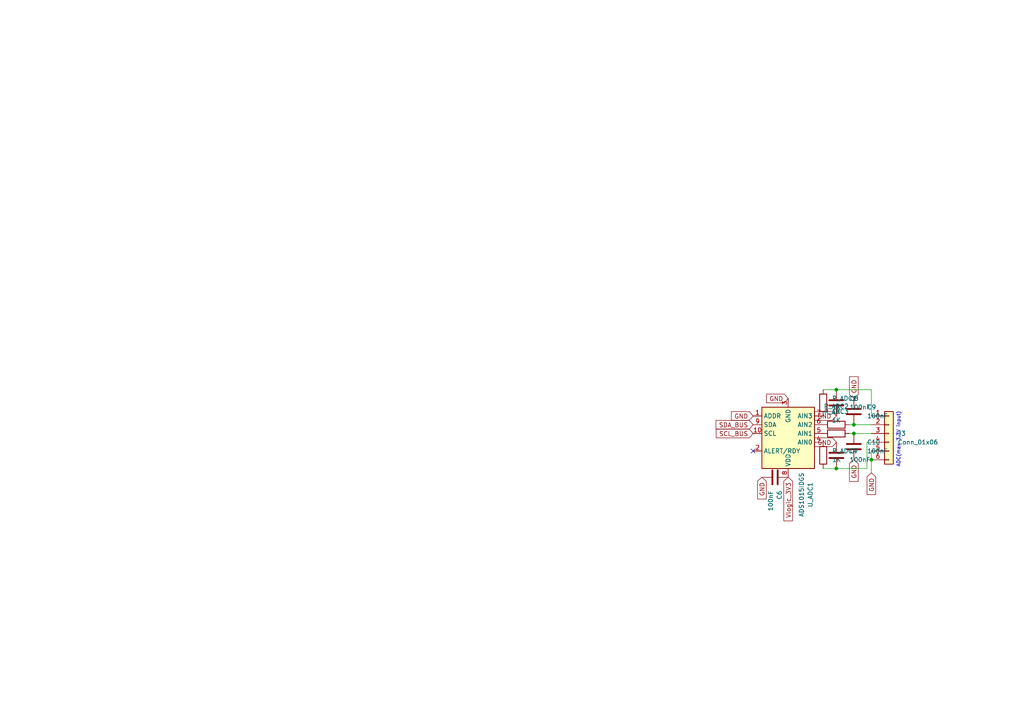
<source format=kicad_sch>
(kicad_sch
	(version 20250114)
	(generator "eeschema")
	(generator_version "9.0")
	(uuid "3a6375e1-a329-4e8a-97d4-66347e353bc4")
	(paper "A4")
	(lib_symbols
		(symbol "Analog_ADC:ADS1015IDGS"
			(exclude_from_sim no)
			(in_bom yes)
			(on_board yes)
			(property "Reference" "U"
				(at 2.54 13.97 0)
				(effects
					(font
						(size 1.27 1.27)
					)
				)
			)
			(property "Value" "ADS1015IDGS"
				(at 7.62 11.43 0)
				(effects
					(font
						(size 1.27 1.27)
					)
				)
			)
			(property "Footprint" "Package_SO:TSSOP-10_3x3mm_P0.5mm"
				(at 0 -12.7 0)
				(effects
					(font
						(size 1.27 1.27)
					)
					(hide yes)
				)
			)
			(property "Datasheet" "http://www.ti.com/lit/ds/symlink/ads1015.pdf"
				(at -1.27 -22.86 0)
				(effects
					(font
						(size 1.27 1.27)
					)
					(hide yes)
				)
			)
			(property "Description" "Ultra-Small, Low-Power, I2C-Compatible, 3.3-kSPS, 12-Bit ADCs With Internal Reference, Oscillator, and Programmable Comparator, VSSOP-10"
				(at 0 0 0)
				(effects
					(font
						(size 1.27 1.27)
					)
					(hide yes)
				)
			)
			(property "ki_keywords" "12 bit 4 channel I2C ADC"
				(at 0 0 0)
				(effects
					(font
						(size 1.27 1.27)
					)
					(hide yes)
				)
			)
			(property "ki_fp_filters" "TSSOP*3x3mm*P0.5mm*"
				(at 0 0 0)
				(effects
					(font
						(size 1.27 1.27)
					)
					(hide yes)
				)
			)
			(symbol "ADS1015IDGS_0_1"
				(rectangle
					(start -7.62 10.16)
					(end 7.62 -7.62)
					(stroke
						(width 0.254)
						(type default)
					)
					(fill
						(type background)
					)
				)
			)
			(symbol "ADS1015IDGS_1_1"
				(pin input line
					(at -10.16 2.54 0)
					(length 2.54)
					(name "AIN0"
						(effects
							(font
								(size 1.27 1.27)
							)
						)
					)
					(number "4"
						(effects
							(font
								(size 1.27 1.27)
							)
						)
					)
				)
				(pin input line
					(at -10.16 0 0)
					(length 2.54)
					(name "AIN1"
						(effects
							(font
								(size 1.27 1.27)
							)
						)
					)
					(number "5"
						(effects
							(font
								(size 1.27 1.27)
							)
						)
					)
				)
				(pin input line
					(at -10.16 -2.54 0)
					(length 2.54)
					(name "AIN2"
						(effects
							(font
								(size 1.27 1.27)
							)
						)
					)
					(number "6"
						(effects
							(font
								(size 1.27 1.27)
							)
						)
					)
				)
				(pin input line
					(at -10.16 -5.08 0)
					(length 2.54)
					(name "AIN3"
						(effects
							(font
								(size 1.27 1.27)
							)
						)
					)
					(number "7"
						(effects
							(font
								(size 1.27 1.27)
							)
						)
					)
				)
				(pin power_in line
					(at 0 12.7 270)
					(length 2.54)
					(name "VDD"
						(effects
							(font
								(size 1.27 1.27)
							)
						)
					)
					(number "8"
						(effects
							(font
								(size 1.27 1.27)
							)
						)
					)
				)
				(pin power_in line
					(at 0 -10.16 90)
					(length 2.54)
					(name "GND"
						(effects
							(font
								(size 1.27 1.27)
							)
						)
					)
					(number "3"
						(effects
							(font
								(size 1.27 1.27)
							)
						)
					)
				)
				(pin output line
					(at 10.16 5.08 180)
					(length 2.54)
					(name "ALERT/RDY"
						(effects
							(font
								(size 1.27 1.27)
							)
						)
					)
					(number "2"
						(effects
							(font
								(size 1.27 1.27)
							)
						)
					)
				)
				(pin input line
					(at 10.16 0 180)
					(length 2.54)
					(name "SCL"
						(effects
							(font
								(size 1.27 1.27)
							)
						)
					)
					(number "10"
						(effects
							(font
								(size 1.27 1.27)
							)
						)
					)
				)
				(pin bidirectional line
					(at 10.16 -2.54 180)
					(length 2.54)
					(name "SDA"
						(effects
							(font
								(size 1.27 1.27)
							)
						)
					)
					(number "9"
						(effects
							(font
								(size 1.27 1.27)
							)
						)
					)
				)
				(pin input line
					(at 10.16 -5.08 180)
					(length 2.54)
					(name "ADDR"
						(effects
							(font
								(size 1.27 1.27)
							)
						)
					)
					(number "1"
						(effects
							(font
								(size 1.27 1.27)
							)
						)
					)
				)
			)
			(embedded_fonts no)
		)
		(symbol "Connector_Generic:Conn_01x06"
			(pin_names
				(offset 1.016)
				(hide yes)
			)
			(exclude_from_sim no)
			(in_bom yes)
			(on_board yes)
			(property "Reference" "J"
				(at 0 7.62 0)
				(effects
					(font
						(size 1.27 1.27)
					)
				)
			)
			(property "Value" "Conn_01x06"
				(at 0 -10.16 0)
				(effects
					(font
						(size 1.27 1.27)
					)
				)
			)
			(property "Footprint" ""
				(at 0 0 0)
				(effects
					(font
						(size 1.27 1.27)
					)
					(hide yes)
				)
			)
			(property "Datasheet" "~"
				(at 0 0 0)
				(effects
					(font
						(size 1.27 1.27)
					)
					(hide yes)
				)
			)
			(property "Description" "Generic connector, single row, 01x06, script generated (kicad-library-utils/schlib/autogen/connector/)"
				(at 0 0 0)
				(effects
					(font
						(size 1.27 1.27)
					)
					(hide yes)
				)
			)
			(property "ki_keywords" "connector"
				(at 0 0 0)
				(effects
					(font
						(size 1.27 1.27)
					)
					(hide yes)
				)
			)
			(property "ki_fp_filters" "Connector*:*_1x??_*"
				(at 0 0 0)
				(effects
					(font
						(size 1.27 1.27)
					)
					(hide yes)
				)
			)
			(symbol "Conn_01x06_1_1"
				(rectangle
					(start -1.27 6.35)
					(end 1.27 -8.89)
					(stroke
						(width 0.254)
						(type default)
					)
					(fill
						(type background)
					)
				)
				(rectangle
					(start -1.27 5.207)
					(end 0 4.953)
					(stroke
						(width 0.1524)
						(type default)
					)
					(fill
						(type none)
					)
				)
				(rectangle
					(start -1.27 2.667)
					(end 0 2.413)
					(stroke
						(width 0.1524)
						(type default)
					)
					(fill
						(type none)
					)
				)
				(rectangle
					(start -1.27 0.127)
					(end 0 -0.127)
					(stroke
						(width 0.1524)
						(type default)
					)
					(fill
						(type none)
					)
				)
				(rectangle
					(start -1.27 -2.413)
					(end 0 -2.667)
					(stroke
						(width 0.1524)
						(type default)
					)
					(fill
						(type none)
					)
				)
				(rectangle
					(start -1.27 -4.953)
					(end 0 -5.207)
					(stroke
						(width 0.1524)
						(type default)
					)
					(fill
						(type none)
					)
				)
				(rectangle
					(start -1.27 -7.493)
					(end 0 -7.747)
					(stroke
						(width 0.1524)
						(type default)
					)
					(fill
						(type none)
					)
				)
				(pin passive line
					(at -5.08 5.08 0)
					(length 3.81)
					(name "Pin_1"
						(effects
							(font
								(size 1.27 1.27)
							)
						)
					)
					(number "1"
						(effects
							(font
								(size 1.27 1.27)
							)
						)
					)
				)
				(pin passive line
					(at -5.08 2.54 0)
					(length 3.81)
					(name "Pin_2"
						(effects
							(font
								(size 1.27 1.27)
							)
						)
					)
					(number "2"
						(effects
							(font
								(size 1.27 1.27)
							)
						)
					)
				)
				(pin passive line
					(at -5.08 0 0)
					(length 3.81)
					(name "Pin_3"
						(effects
							(font
								(size 1.27 1.27)
							)
						)
					)
					(number "3"
						(effects
							(font
								(size 1.27 1.27)
							)
						)
					)
				)
				(pin passive line
					(at -5.08 -2.54 0)
					(length 3.81)
					(name "Pin_4"
						(effects
							(font
								(size 1.27 1.27)
							)
						)
					)
					(number "4"
						(effects
							(font
								(size 1.27 1.27)
							)
						)
					)
				)
				(pin passive line
					(at -5.08 -5.08 0)
					(length 3.81)
					(name "Pin_5"
						(effects
							(font
								(size 1.27 1.27)
							)
						)
					)
					(number "5"
						(effects
							(font
								(size 1.27 1.27)
							)
						)
					)
				)
				(pin passive line
					(at -5.08 -7.62 0)
					(length 3.81)
					(name "Pin_6"
						(effects
							(font
								(size 1.27 1.27)
							)
						)
					)
					(number "6"
						(effects
							(font
								(size 1.27 1.27)
							)
						)
					)
				)
			)
			(embedded_fonts no)
		)
		(symbol "Device:C"
			(pin_numbers
				(hide yes)
			)
			(pin_names
				(offset 0.254)
			)
			(exclude_from_sim no)
			(in_bom yes)
			(on_board yes)
			(property "Reference" "C"
				(at 0.635 2.54 0)
				(effects
					(font
						(size 1.27 1.27)
					)
					(justify left)
				)
			)
			(property "Value" "C"
				(at 0.635 -2.54 0)
				(effects
					(font
						(size 1.27 1.27)
					)
					(justify left)
				)
			)
			(property "Footprint" ""
				(at 0.9652 -3.81 0)
				(effects
					(font
						(size 1.27 1.27)
					)
					(hide yes)
				)
			)
			(property "Datasheet" "~"
				(at 0 0 0)
				(effects
					(font
						(size 1.27 1.27)
					)
					(hide yes)
				)
			)
			(property "Description" "Unpolarized capacitor"
				(at 0 0 0)
				(effects
					(font
						(size 1.27 1.27)
					)
					(hide yes)
				)
			)
			(property "ki_keywords" "cap capacitor"
				(at 0 0 0)
				(effects
					(font
						(size 1.27 1.27)
					)
					(hide yes)
				)
			)
			(property "ki_fp_filters" "C_*"
				(at 0 0 0)
				(effects
					(font
						(size 1.27 1.27)
					)
					(hide yes)
				)
			)
			(symbol "C_0_1"
				(polyline
					(pts
						(xy -2.032 0.762) (xy 2.032 0.762)
					)
					(stroke
						(width 0.508)
						(type default)
					)
					(fill
						(type none)
					)
				)
				(polyline
					(pts
						(xy -2.032 -0.762) (xy 2.032 -0.762)
					)
					(stroke
						(width 0.508)
						(type default)
					)
					(fill
						(type none)
					)
				)
			)
			(symbol "C_1_1"
				(pin passive line
					(at 0 3.81 270)
					(length 2.794)
					(name "~"
						(effects
							(font
								(size 1.27 1.27)
							)
						)
					)
					(number "1"
						(effects
							(font
								(size 1.27 1.27)
							)
						)
					)
				)
				(pin passive line
					(at 0 -3.81 90)
					(length 2.794)
					(name "~"
						(effects
							(font
								(size 1.27 1.27)
							)
						)
					)
					(number "2"
						(effects
							(font
								(size 1.27 1.27)
							)
						)
					)
				)
			)
			(embedded_fonts no)
		)
		(symbol "Device:R"
			(pin_numbers
				(hide yes)
			)
			(pin_names
				(offset 0)
			)
			(exclude_from_sim no)
			(in_bom yes)
			(on_board yes)
			(property "Reference" "R"
				(at 2.032 0 90)
				(effects
					(font
						(size 1.27 1.27)
					)
				)
			)
			(property "Value" "R"
				(at 0 0 90)
				(effects
					(font
						(size 1.27 1.27)
					)
				)
			)
			(property "Footprint" ""
				(at -1.778 0 90)
				(effects
					(font
						(size 1.27 1.27)
					)
					(hide yes)
				)
			)
			(property "Datasheet" "~"
				(at 0 0 0)
				(effects
					(font
						(size 1.27 1.27)
					)
					(hide yes)
				)
			)
			(property "Description" "Resistor"
				(at 0 0 0)
				(effects
					(font
						(size 1.27 1.27)
					)
					(hide yes)
				)
			)
			(property "ki_keywords" "R res resistor"
				(at 0 0 0)
				(effects
					(font
						(size 1.27 1.27)
					)
					(hide yes)
				)
			)
			(property "ki_fp_filters" "R_*"
				(at 0 0 0)
				(effects
					(font
						(size 1.27 1.27)
					)
					(hide yes)
				)
			)
			(symbol "R_0_1"
				(rectangle
					(start -1.016 -2.54)
					(end 1.016 2.54)
					(stroke
						(width 0.254)
						(type default)
					)
					(fill
						(type none)
					)
				)
			)
			(symbol "R_1_1"
				(pin passive line
					(at 0 3.81 270)
					(length 1.27)
					(name "~"
						(effects
							(font
								(size 1.27 1.27)
							)
						)
					)
					(number "1"
						(effects
							(font
								(size 1.27 1.27)
							)
						)
					)
				)
				(pin passive line
					(at 0 -3.81 90)
					(length 1.27)
					(name "~"
						(effects
							(font
								(size 1.27 1.27)
							)
						)
					)
					(number "2"
						(effects
							(font
								(size 1.27 1.27)
							)
						)
					)
				)
			)
			(embedded_fonts no)
		)
	)
	(text "ADC(max 3.3V input)"
		(exclude_from_sim no)
		(at 260.604 127.508 90)
		(effects
			(font
				(size 1.016 1.016)
			)
		)
		(uuid "d645d979-c58c-4ecf-ad26-6a7b5cf2fac9")
	)
	(junction
		(at 242.57 113.03)
		(diameter 0)
		(color 0 0 0 0)
		(uuid "29fead1f-0a64-477f-abf4-aee7cc15fe18")
	)
	(junction
		(at 242.57 135.89)
		(diameter 0)
		(color 0 0 0 0)
		(uuid "a23427ab-0d78-465d-b363-20b59fd4d56e")
	)
	(junction
		(at 247.65 125.73)
		(diameter 0)
		(color 0 0 0 0)
		(uuid "c4026e2b-3c2a-40b6-be29-9dcf900deb23")
	)
	(junction
		(at 252.73 133.35)
		(diameter 0)
		(color 0 0 0 0)
		(uuid "e3644372-ea98-4b49-80e6-7ed454665a4b")
	)
	(junction
		(at 247.65 123.19)
		(diameter 0)
		(color 0 0 0 0)
		(uuid "efc1cfce-b12f-4024-9984-9859d8808878")
	)
	(no_connect
		(at 218.44 130.81)
		(uuid "f2158c47-a228-4ae6-93d8-fabce658f47d")
	)
	(wire
		(pts
			(xy 247.65 125.73) (xy 246.38 125.73)
		)
		(stroke
			(width 0)
			(type default)
		)
		(uuid "10ea7806-3e9a-47a2-88a8-6f4fa90da217")
	)
	(wire
		(pts
			(xy 251.46 128.27) (xy 252.73 128.27)
		)
		(stroke
			(width 0)
			(type default)
		)
		(uuid "1a6ad2ff-d6f1-4e32-8b0c-f8f502825aac")
	)
	(wire
		(pts
			(xy 246.38 123.19) (xy 247.65 123.19)
		)
		(stroke
			(width 0)
			(type default)
		)
		(uuid "216455fd-dd58-438c-9239-5ca9611b51be")
	)
	(wire
		(pts
			(xy 238.76 135.89) (xy 242.57 135.89)
		)
		(stroke
			(width 0)
			(type default)
		)
		(uuid "399b91b5-cc72-42e7-a296-2ce6b927c905")
	)
	(wire
		(pts
			(xy 252.73 137.16) (xy 252.73 133.35)
		)
		(stroke
			(width 0)
			(type default)
		)
		(uuid "3e4779de-842f-4d2e-a236-0c87690f4a8d")
	)
	(wire
		(pts
			(xy 247.65 125.73) (xy 252.73 125.73)
		)
		(stroke
			(width 0)
			(type default)
		)
		(uuid "44805b02-037f-492b-b511-52d8e356705f")
	)
	(wire
		(pts
			(xy 238.76 113.03) (xy 242.57 113.03)
		)
		(stroke
			(width 0)
			(type default)
		)
		(uuid "538c95e7-1c04-4f86-b02b-61450023bd80")
	)
	(wire
		(pts
			(xy 252.73 113.03) (xy 252.73 120.65)
		)
		(stroke
			(width 0)
			(type default)
		)
		(uuid "7a05abad-1d31-4216-8f70-a3195f78602f")
	)
	(wire
		(pts
			(xy 242.57 113.03) (xy 252.73 113.03)
		)
		(stroke
			(width 0)
			(type default)
		)
		(uuid "9824d909-929e-46b3-a675-7f3883f7d801")
	)
	(wire
		(pts
			(xy 247.65 123.19) (xy 252.73 123.19)
		)
		(stroke
			(width 0)
			(type default)
		)
		(uuid "a2be2db3-08ec-4b6c-a54f-3c4540951798")
	)
	(wire
		(pts
			(xy 242.57 135.89) (xy 251.46 135.89)
		)
		(stroke
			(width 0)
			(type default)
		)
		(uuid "cdefa03d-0ef5-4768-8774-77a9bd0bf90e")
	)
	(wire
		(pts
			(xy 252.73 130.81) (xy 252.73 133.35)
		)
		(stroke
			(width 0)
			(type default)
		)
		(uuid "d182d33b-ca3a-4853-acdc-692a9be16ca2")
	)
	(wire
		(pts
			(xy 251.46 128.27) (xy 251.46 135.89)
		)
		(stroke
			(width 0)
			(type default)
		)
		(uuid "ecc10384-baee-46e0-9edf-d03460407dd8")
	)
	(global_label "SCL_BUS"
		(shape input)
		(at 218.44 125.73 180)
		(fields_autoplaced yes)
		(effects
			(font
				(size 1.27 1.27)
			)
			(justify right)
		)
		(uuid "018d45d4-28db-4afe-85e6-ef8936e3d9d2")
		(property "Intersheetrefs" "${INTERSHEET_REFS}"
			(at 207.1696 125.73 0)
			(effects
				(font
					(size 1.27 1.27)
				)
				(justify right)
				(hide yes)
			)
		)
	)
	(global_label "GND"
		(shape input)
		(at 218.44 120.65 180)
		(fields_autoplaced yes)
		(effects
			(font
				(size 1.27 1.27)
			)
			(justify right)
		)
		(uuid "46ddd164-685c-43fd-b5fe-f61f2b2b5f78")
		(property "Intersheetrefs" "${INTERSHEET_REFS}"
			(at 211.5843 120.65 0)
			(effects
				(font
					(size 1.27 1.27)
				)
				(justify right)
				(hide yes)
			)
		)
	)
	(global_label "GND"
		(shape input)
		(at 242.57 128.27 180)
		(fields_autoplaced yes)
		(effects
			(font
				(size 1.27 1.27)
			)
			(justify right)
		)
		(uuid "476b61c5-6f71-449c-861a-b016fce51ede")
		(property "Intersheetrefs" "${INTERSHEET_REFS}"
			(at 235.7143 128.27 0)
			(effects
				(font
					(size 1.27 1.27)
				)
				(justify right)
				(hide yes)
			)
		)
	)
	(global_label "GND"
		(shape input)
		(at 247.65 133.35 270)
		(fields_autoplaced yes)
		(effects
			(font
				(size 1.27 1.27)
			)
			(justify right)
		)
		(uuid "5d0d6727-9536-4ba9-b6da-b3119234da41")
		(property "Intersheetrefs" "${INTERSHEET_REFS}"
			(at 247.65 140.2057 90)
			(effects
				(font
					(size 1.27 1.27)
				)
				(justify right)
				(hide yes)
			)
		)
	)
	(global_label "GND"
		(shape input)
		(at 252.73 137.16 270)
		(fields_autoplaced yes)
		(effects
			(font
				(size 1.27 1.27)
			)
			(justify right)
		)
		(uuid "7122411c-ed8a-41ba-9f46-17ecbbc23d18")
		(property "Intersheetrefs" "${INTERSHEET_REFS}"
			(at 252.73 144.0157 90)
			(effects
				(font
					(size 1.27 1.27)
				)
				(justify right)
				(hide yes)
			)
		)
	)
	(global_label "SDA_BUS"
		(shape input)
		(at 218.44 123.19 180)
		(fields_autoplaced yes)
		(effects
			(font
				(size 1.27 1.27)
			)
			(justify right)
		)
		(uuid "922382c6-0130-4821-87eb-69e2f416252b")
		(property "Intersheetrefs" "${INTERSHEET_REFS}"
			(at 207.1091 123.19 0)
			(effects
				(font
					(size 1.27 1.27)
				)
				(justify right)
				(hide yes)
			)
		)
	)
	(global_label "Vlogic_3V3"
		(shape input)
		(at 228.6 138.43 270)
		(fields_autoplaced yes)
		(effects
			(font
				(size 1.27 1.27)
			)
			(justify right)
		)
		(uuid "97b63542-7e0d-433c-8461-0305198c3163")
		(property "Intersheetrefs" "${INTERSHEET_REFS}"
			(at 228.6 151.6356 90)
			(effects
				(font
					(size 1.27 1.27)
				)
				(justify right)
				(hide yes)
			)
		)
	)
	(global_label "GND"
		(shape input)
		(at 220.98 138.43 270)
		(fields_autoplaced yes)
		(effects
			(font
				(size 1.27 1.27)
			)
			(justify right)
		)
		(uuid "a3c6176e-af1c-4edb-b5b1-bd454d39c6a3")
		(property "Intersheetrefs" "${INTERSHEET_REFS}"
			(at 220.98 145.2857 90)
			(effects
				(font
					(size 1.27 1.27)
				)
				(justify right)
				(hide yes)
			)
		)
	)
	(global_label "GND"
		(shape input)
		(at 247.65 115.57 90)
		(fields_autoplaced yes)
		(effects
			(font
				(size 1.27 1.27)
			)
			(justify left)
		)
		(uuid "acb8d89b-44eb-4445-ab6c-a0e0c5c78cb5")
		(property "Intersheetrefs" "${INTERSHEET_REFS}"
			(at 247.65 108.7143 90)
			(effects
				(font
					(size 1.27 1.27)
				)
				(justify left)
				(hide yes)
			)
		)
	)
	(global_label "GND"
		(shape input)
		(at 228.6 115.57 180)
		(fields_autoplaced yes)
		(effects
			(font
				(size 1.27 1.27)
			)
			(justify right)
		)
		(uuid "d79a1e7f-0321-4e16-9c30-5cf9fdea86fd")
		(property "Intersheetrefs" "${INTERSHEET_REFS}"
			(at 221.7443 115.57 0)
			(effects
				(font
					(size 1.27 1.27)
				)
				(justify right)
				(hide yes)
			)
		)
	)
	(global_label "GND"
		(shape input)
		(at 242.57 120.65 180)
		(fields_autoplaced yes)
		(effects
			(font
				(size 1.27 1.27)
			)
			(justify right)
		)
		(uuid "f948eba0-ea91-44af-8d7b-f49bd0cb3c81")
		(property "Intersheetrefs" "${INTERSHEET_REFS}"
			(at 235.7143 120.65 0)
			(effects
				(font
					(size 1.27 1.27)
				)
				(justify right)
				(hide yes)
			)
		)
	)
	(symbol
		(lib_id "Device:R")
		(at 242.57 123.19 90)
		(unit 1)
		(exclude_from_sim no)
		(in_bom yes)
		(on_board yes)
		(dnp no)
		(uuid "244b0569-ef5c-45e1-a0f3-1cfc7909b7ac")
		(property "Reference" "R_ADC2"
			(at 242.57 117.856 90)
			(effects
				(font
					(size 1.27 1.27)
				)
			)
		)
		(property "Value" "1K"
			(at 242.57 119.38 90)
			(effects
				(font
					(size 1.27 1.27)
				)
			)
		)
		(property "Footprint" "Resistor_SMD:R_0805_2012Metric"
			(at 242.57 124.968 90)
			(effects
				(font
					(size 1.27 1.27)
				)
				(hide yes)
			)
		)
		(property "Datasheet" "~"
			(at 242.57 123.19 0)
			(effects
				(font
					(size 1.27 1.27)
				)
				(hide yes)
			)
		)
		(property "Description" "Resistor"
			(at 242.57 123.19 0)
			(effects
				(font
					(size 1.27 1.27)
				)
				(hide yes)
			)
		)
		(property "LCSC" "C17513"
			(at 242.57 123.19 90)
			(effects
				(font
					(size 1.27 1.27)
				)
				(hide yes)
			)
		)
		(pin "1"
			(uuid "32dd155c-125d-48ad-9bba-0cfc966625ad")
		)
		(pin "2"
			(uuid "41892839-bf80-409f-b45d-8f3765bf730d")
		)
		(instances
			(project ""
				(path "/c8d0e3cf-b697-430c-b4f3-c5285558b4ca/64b9c830-1dcb-42ca-8ce2-512d1a0b5a28"
					(reference "R_ADC2")
					(unit 1)
				)
			)
		)
	)
	(symbol
		(lib_id "Analog_ADC:ADS1015IDGS")
		(at 228.6 125.73 180)
		(unit 1)
		(exclude_from_sim no)
		(in_bom yes)
		(on_board yes)
		(dnp no)
		(fields_autoplaced yes)
		(uuid "2d826e04-de27-4ffa-897e-7650f179449d")
		(property "Reference" "U_ADC1"
			(at 235.0202 143.51 90)
			(effects
				(font
					(size 1.27 1.27)
				)
			)
		)
		(property "Value" "ADS1015IDGS"
			(at 232.4802 143.51 90)
			(effects
				(font
					(size 1.27 1.27)
				)
			)
		)
		(property "Footprint" "Package_SO:TSSOP-10_3x3mm_P0.5mm"
			(at 228.6 113.03 0)
			(effects
				(font
					(size 1.27 1.27)
				)
				(hide yes)
			)
		)
		(property "Datasheet" "http://www.ti.com/lit/ds/symlink/ads1015.pdf"
			(at 229.87 102.87 0)
			(effects
				(font
					(size 1.27 1.27)
				)
				(hide yes)
			)
		)
		(property "Description" "Ultra-Small, Low-Power, I2C-Compatible, 3.3-kSPS, 12-Bit ADCs With Internal Reference, Oscillator, and Programmable Comparator, VSSOP-10"
			(at 228.6 125.73 0)
			(effects
				(font
					(size 1.27 1.27)
				)
				(hide yes)
			)
		)
		(property "LCSC" "C16581"
			(at 228.6 125.73 90)
			(effects
				(font
					(size 1.27 1.27)
				)
				(hide yes)
			)
		)
		(pin "1"
			(uuid "075b8b90-a30d-4b24-af26-eaad7b5b49b3")
		)
		(pin "10"
			(uuid "b68d1fa4-9180-4c03-b514-1952b0b58a66")
		)
		(pin "6"
			(uuid "3d78dc5d-5629-480e-acb3-5bba578e59d2")
		)
		(pin "8"
			(uuid "b5ef58a0-d0a7-4759-bbfa-856408a486ff")
		)
		(pin "3"
			(uuid "2d5530f6-d962-4991-89ef-f2983d04a1b2")
		)
		(pin "2"
			(uuid "3e987a36-d374-4754-9723-d11bcaaa1063")
		)
		(pin "4"
			(uuid "e8c23626-4bd4-4b9b-b708-9a59eeb1afc6")
		)
		(pin "9"
			(uuid "75c0de21-4821-4e8f-847f-2f5aa3adc53a")
		)
		(pin "7"
			(uuid "7d591f66-ea26-4f7e-8069-a46f04b797fe")
		)
		(pin "5"
			(uuid "5a04d254-32ce-4097-9614-f883ecae2261")
		)
		(instances
			(project ""
				(path "/c8d0e3cf-b697-430c-b4f3-c5285558b4ca/64b9c830-1dcb-42ca-8ce2-512d1a0b5a28"
					(reference "U_ADC1")
					(unit 1)
				)
			)
		)
	)
	(symbol
		(lib_id "Device:C")
		(at 242.57 116.84 0)
		(unit 1)
		(exclude_from_sim no)
		(in_bom yes)
		(on_board yes)
		(dnp no)
		(fields_autoplaced yes)
		(uuid "35f0b8dc-09e3-4025-9480-813028469e56")
		(property "Reference" "C8"
			(at 246.38 115.5699 0)
			(effects
				(font
					(size 1.27 1.27)
				)
				(justify left)
			)
		)
		(property "Value" "100nF"
			(at 246.38 118.1099 0)
			(effects
				(font
					(size 1.27 1.27)
				)
				(justify left)
			)
		)
		(property "Footprint" "Capacitor_SMD:C_0805_2012Metric"
			(at 243.5352 120.65 0)
			(effects
				(font
					(size 1.27 1.27)
				)
				(hide yes)
			)
		)
		(property "Datasheet" "~"
			(at 242.57 116.84 0)
			(effects
				(font
					(size 1.27 1.27)
				)
				(hide yes)
			)
		)
		(property "Description" "Unpolarized capacitor"
			(at 242.57 116.84 0)
			(effects
				(font
					(size 1.27 1.27)
				)
				(hide yes)
			)
		)
		(property "LCSC" "C49678"
			(at 242.57 116.84 0)
			(effects
				(font
					(size 1.27 1.27)
				)
				(hide yes)
			)
		)
		(pin "1"
			(uuid "c55d8053-9104-4b76-90d0-560002d143c6")
		)
		(pin "2"
			(uuid "5eeadc08-b550-436b-a7b7-7949c6d22488")
		)
		(instances
			(project ""
				(path "/c8d0e3cf-b697-430c-b4f3-c5285558b4ca/64b9c830-1dcb-42ca-8ce2-512d1a0b5a28"
					(reference "C8")
					(unit 1)
				)
			)
		)
	)
	(symbol
		(lib_id "Connector_Generic:Conn_01x06")
		(at 257.81 125.73 0)
		(unit 1)
		(exclude_from_sim no)
		(in_bom yes)
		(on_board yes)
		(dnp no)
		(fields_autoplaced yes)
		(uuid "4c98c61a-f8a9-4a4e-bbcf-8ce08b041a09")
		(property "Reference" "J3"
			(at 260.35 125.7299 0)
			(effects
				(font
					(size 1.27 1.27)
				)
				(justify left)
			)
		)
		(property "Value" "Conn_01x06"
			(at 260.35 128.2699 0)
			(effects
				(font
					(size 1.27 1.27)
				)
				(justify left)
			)
		)
		(property "Footprint" "Connector_PinSocket_2.54mm:PinSocket_1x06_P2.54mm_Vertical"
			(at 257.81 125.73 0)
			(effects
				(font
					(size 1.27 1.27)
				)
				(hide yes)
			)
		)
		(property "Datasheet" "~"
			(at 257.81 125.73 0)
			(effects
				(font
					(size 1.27 1.27)
				)
				(hide yes)
			)
		)
		(property "Description" "Generic connector, single row, 01x06, script generated (kicad-library-utils/schlib/autogen/connector/)"
			(at 257.81 125.73 0)
			(effects
				(font
					(size 1.27 1.27)
				)
				(hide yes)
			)
		)
		(property "LCSC" "C40877"
			(at 257.81 125.73 0)
			(effects
				(font
					(size 1.27 1.27)
				)
				(hide yes)
			)
		)
		(pin "2"
			(uuid "e388b691-5cac-43e6-99f3-a1fc5e80d53c")
		)
		(pin "5"
			(uuid "dd0bd273-f29f-4b75-b56a-733b46591bd0")
		)
		(pin "1"
			(uuid "000a8e24-24ed-4eab-9b95-11f7198d840a")
		)
		(pin "6"
			(uuid "b4c15c3b-69dc-4f84-a836-1c41b7f36842")
		)
		(pin "4"
			(uuid "15144e6e-a494-40f0-8da0-ea4416cba3c1")
		)
		(pin "3"
			(uuid "3536822b-49bb-435e-829c-661da793f26a")
		)
		(instances
			(project ""
				(path "/c8d0e3cf-b697-430c-b4f3-c5285558b4ca/64b9c830-1dcb-42ca-8ce2-512d1a0b5a28"
					(reference "J3")
					(unit 1)
				)
			)
		)
	)
	(symbol
		(lib_id "Device:C")
		(at 247.65 119.38 0)
		(unit 1)
		(exclude_from_sim no)
		(in_bom yes)
		(on_board yes)
		(dnp no)
		(fields_autoplaced yes)
		(uuid "625c8f4c-6b3a-4af5-9ab4-c565af389130")
		(property "Reference" "C9"
			(at 251.46 118.1099 0)
			(effects
				(font
					(size 1.27 1.27)
				)
				(justify left)
			)
		)
		(property "Value" "100nF"
			(at 251.46 120.6499 0)
			(effects
				(font
					(size 1.27 1.27)
				)
				(justify left)
			)
		)
		(property "Footprint" "Capacitor_SMD:C_0805_2012Metric"
			(at 248.6152 123.19 0)
			(effects
				(font
					(size 1.27 1.27)
				)
				(hide yes)
			)
		)
		(property "Datasheet" "~"
			(at 247.65 119.38 0)
			(effects
				(font
					(size 1.27 1.27)
				)
				(hide yes)
			)
		)
		(property "Description" "Unpolarized capacitor"
			(at 247.65 119.38 0)
			(effects
				(font
					(size 1.27 1.27)
				)
				(hide yes)
			)
		)
		(property "LCSC" "C49678"
			(at 247.65 119.38 0)
			(effects
				(font
					(size 1.27 1.27)
				)
				(hide yes)
			)
		)
		(pin "1"
			(uuid "c55d8053-9104-4b76-90d0-560002d143c7")
		)
		(pin "2"
			(uuid "5eeadc08-b550-436b-a7b7-7949c6d22489")
		)
		(instances
			(project ""
				(path "/c8d0e3cf-b697-430c-b4f3-c5285558b4ca/64b9c830-1dcb-42ca-8ce2-512d1a0b5a28"
					(reference "C9")
					(unit 1)
				)
			)
		)
	)
	(symbol
		(lib_id "Device:C")
		(at 242.57 132.08 0)
		(unit 1)
		(exclude_from_sim no)
		(in_bom yes)
		(on_board yes)
		(dnp no)
		(fields_autoplaced yes)
		(uuid "ab211f04-842e-402c-8c5b-13cc1868e134")
		(property "Reference" "C7"
			(at 246.38 130.8099 0)
			(effects
				(font
					(size 1.27 1.27)
				)
				(justify left)
			)
		)
		(property "Value" "100nF"
			(at 246.38 133.3499 0)
			(effects
				(font
					(size 1.27 1.27)
				)
				(justify left)
			)
		)
		(property "Footprint" "Capacitor_SMD:C_0805_2012Metric"
			(at 243.5352 135.89 0)
			(effects
				(font
					(size 1.27 1.27)
				)
				(hide yes)
			)
		)
		(property "Datasheet" "~"
			(at 242.57 132.08 0)
			(effects
				(font
					(size 1.27 1.27)
				)
				(hide yes)
			)
		)
		(property "Description" "Unpolarized capacitor"
			(at 242.57 132.08 0)
			(effects
				(font
					(size 1.27 1.27)
				)
				(hide yes)
			)
		)
		(property "LCSC" "C49678"
			(at 242.57 132.08 0)
			(effects
				(font
					(size 1.27 1.27)
				)
				(hide yes)
			)
		)
		(pin "2"
			(uuid "f38f4c09-1c91-44d0-9762-ddd88a35c785")
		)
		(pin "1"
			(uuid "0c2cd21d-9078-4c7e-920e-f30ec1b14f06")
		)
		(instances
			(project ""
				(path "/c8d0e3cf-b697-430c-b4f3-c5285558b4ca/64b9c830-1dcb-42ca-8ce2-512d1a0b5a28"
					(reference "C7")
					(unit 1)
				)
			)
		)
	)
	(symbol
		(lib_id "Device:R")
		(at 242.57 125.73 90)
		(unit 1)
		(exclude_from_sim no)
		(in_bom yes)
		(on_board yes)
		(dnp no)
		(uuid "b420e06f-c0db-4299-9910-7920c99c0f61")
		(property "Reference" "R_ADC3"
			(at 242.57 119.38 90)
			(effects
				(font
					(size 1.27 1.27)
				)
			)
		)
		(property "Value" "1K"
			(at 242.57 121.92 90)
			(effects
				(font
					(size 1.27 1.27)
				)
			)
		)
		(property "Footprint" "Resistor_SMD:R_0805_2012Metric"
			(at 242.57 127.508 90)
			(effects
				(font
					(size 1.27 1.27)
				)
				(hide yes)
			)
		)
		(property "Datasheet" "~"
			(at 242.57 125.73 0)
			(effects
				(font
					(size 1.27 1.27)
				)
				(hide yes)
			)
		)
		(property "Description" "Resistor"
			(at 242.57 125.73 0)
			(effects
				(font
					(size 1.27 1.27)
				)
				(hide yes)
			)
		)
		(property "LCSC" "C17513"
			(at 242.57 125.73 90)
			(effects
				(font
					(size 1.27 1.27)
				)
				(hide yes)
			)
		)
		(pin "1"
			(uuid "ae74fe11-490f-4f49-96b0-c9330b0e9bd1")
		)
		(pin "2"
			(uuid "5cda567e-1796-4531-9143-ce8111b0fc51")
		)
		(instances
			(project ""
				(path "/c8d0e3cf-b697-430c-b4f3-c5285558b4ca/64b9c830-1dcb-42ca-8ce2-512d1a0b5a28"
					(reference "R_ADC3")
					(unit 1)
				)
			)
		)
	)
	(symbol
		(lib_id "Device:R")
		(at 238.76 116.84 180)
		(unit 1)
		(exclude_from_sim no)
		(in_bom yes)
		(on_board yes)
		(dnp no)
		(fields_autoplaced yes)
		(uuid "c0ea28a8-d815-4e18-b3a5-589d5edbe554")
		(property "Reference" "R_ADC1"
			(at 241.3 115.5699 0)
			(effects
				(font
					(size 1.27 1.27)
				)
				(justify right)
			)
		)
		(property "Value" "1K"
			(at 241.3 118.1099 0)
			(effects
				(font
					(size 1.27 1.27)
				)
				(justify right)
			)
		)
		(property "Footprint" "Resistor_SMD:R_0805_2012Metric"
			(at 240.538 116.84 90)
			(effects
				(font
					(size 1.27 1.27)
				)
				(hide yes)
			)
		)
		(property "Datasheet" "~"
			(at 238.76 116.84 0)
			(effects
				(font
					(size 1.27 1.27)
				)
				(hide yes)
			)
		)
		(property "Description" "Resistor"
			(at 238.76 116.84 0)
			(effects
				(font
					(size 1.27 1.27)
				)
				(hide yes)
			)
		)
		(property "LCSC" "C17513"
			(at 238.76 116.84 0)
			(effects
				(font
					(size 1.27 1.27)
				)
				(hide yes)
			)
		)
		(pin "1"
			(uuid "984f9654-7136-464c-9815-840299c85b05")
		)
		(pin "2"
			(uuid "71bfa762-8139-401c-bcda-7dd12ad00669")
		)
		(instances
			(project ""
				(path "/c8d0e3cf-b697-430c-b4f3-c5285558b4ca/64b9c830-1dcb-42ca-8ce2-512d1a0b5a28"
					(reference "R_ADC1")
					(unit 1)
				)
			)
		)
	)
	(symbol
		(lib_id "Device:C")
		(at 247.65 129.54 0)
		(unit 1)
		(exclude_from_sim no)
		(in_bom yes)
		(on_board yes)
		(dnp no)
		(fields_autoplaced yes)
		(uuid "ce93424d-62c0-43fd-b177-563c9b0fe918")
		(property "Reference" "C10"
			(at 251.46 128.2699 0)
			(effects
				(font
					(size 1.27 1.27)
				)
				(justify left)
			)
		)
		(property "Value" "100nF"
			(at 251.46 130.8099 0)
			(effects
				(font
					(size 1.27 1.27)
				)
				(justify left)
			)
		)
		(property "Footprint" "Capacitor_SMD:C_0805_2012Metric"
			(at 248.6152 133.35 0)
			(effects
				(font
					(size 1.27 1.27)
				)
				(hide yes)
			)
		)
		(property "Datasheet" "~"
			(at 247.65 129.54 0)
			(effects
				(font
					(size 1.27 1.27)
				)
				(hide yes)
			)
		)
		(property "Description" "Unpolarized capacitor"
			(at 247.65 129.54 0)
			(effects
				(font
					(size 1.27 1.27)
				)
				(hide yes)
			)
		)
		(property "LCSC" "C49678"
			(at 247.65 129.54 0)
			(effects
				(font
					(size 1.27 1.27)
				)
				(hide yes)
			)
		)
		(pin "2"
			(uuid "f38f4c09-1c91-44d0-9762-ddd88a35c786")
		)
		(pin "1"
			(uuid "0c2cd21d-9078-4c7e-920e-f30ec1b14f07")
		)
		(instances
			(project ""
				(path "/c8d0e3cf-b697-430c-b4f3-c5285558b4ca/64b9c830-1dcb-42ca-8ce2-512d1a0b5a28"
					(reference "C10")
					(unit 1)
				)
			)
		)
	)
	(symbol
		(lib_id "Device:C")
		(at 224.79 138.43 270)
		(unit 1)
		(exclude_from_sim no)
		(in_bom yes)
		(on_board yes)
		(dnp no)
		(fields_autoplaced yes)
		(uuid "f55747bc-4544-4583-9f20-598ac738f9d9")
		(property "Reference" "C6"
			(at 226.0601 142.24 0)
			(effects
				(font
					(size 1.27 1.27)
				)
				(justify left)
			)
		)
		(property "Value" "100nF"
			(at 223.5201 142.24 0)
			(effects
				(font
					(size 1.27 1.27)
				)
				(justify left)
			)
		)
		(property "Footprint" "Capacitor_SMD:C_0805_2012Metric"
			(at 220.98 139.3952 0)
			(effects
				(font
					(size 1.27 1.27)
				)
				(hide yes)
			)
		)
		(property "Datasheet" "~"
			(at 224.79 138.43 0)
			(effects
				(font
					(size 1.27 1.27)
				)
				(hide yes)
			)
		)
		(property "Description" "Unpolarized capacitor"
			(at 224.79 138.43 0)
			(effects
				(font
					(size 1.27 1.27)
				)
				(hide yes)
			)
		)
		(property "LCSC" "C49678"
			(at 224.79 138.43 0)
			(effects
				(font
					(size 1.27 1.27)
				)
				(hide yes)
			)
		)
		(pin "2"
			(uuid "004716c9-23f0-47ac-bfb4-73a0ab6e9029")
		)
		(pin "1"
			(uuid "84cf830a-0cee-4353-a18f-3029653ad319")
		)
		(instances
			(project ""
				(path "/c8d0e3cf-b697-430c-b4f3-c5285558b4ca/64b9c830-1dcb-42ca-8ce2-512d1a0b5a28"
					(reference "C6")
					(unit 1)
				)
			)
		)
	)
	(symbol
		(lib_id "Device:R")
		(at 238.76 132.08 180)
		(unit 1)
		(exclude_from_sim no)
		(in_bom yes)
		(on_board yes)
		(dnp no)
		(fields_autoplaced yes)
		(uuid "fd70e7cd-2c2e-4e62-aba3-979249ba1622")
		(property "Reference" "R_ADC4"
			(at 241.3 130.8099 0)
			(effects
				(font
					(size 1.27 1.27)
				)
				(justify right)
			)
		)
		(property "Value" "1K"
			(at 241.3 133.3499 0)
			(effects
				(font
					(size 1.27 1.27)
				)
				(justify right)
			)
		)
		(property "Footprint" "Resistor_SMD:R_0805_2012Metric"
			(at 240.538 132.08 90)
			(effects
				(font
					(size 1.27 1.27)
				)
				(hide yes)
			)
		)
		(property "Datasheet" "~"
			(at 238.76 132.08 0)
			(effects
				(font
					(size 1.27 1.27)
				)
				(hide yes)
			)
		)
		(property "Description" "Resistor"
			(at 238.76 132.08 0)
			(effects
				(font
					(size 1.27 1.27)
				)
				(hide yes)
			)
		)
		(property "LCSC" "C17513"
			(at 238.76 132.08 0)
			(effects
				(font
					(size 1.27 1.27)
				)
				(hide yes)
			)
		)
		(pin "1"
			(uuid "43c38829-2627-4ec3-9b72-e8a4e882f6b3")
		)
		(pin "2"
			(uuid "eaa51be9-e0b6-4b10-992a-821656f96e88")
		)
		(instances
			(project ""
				(path "/c8d0e3cf-b697-430c-b4f3-c5285558b4ca/64b9c830-1dcb-42ca-8ce2-512d1a0b5a28"
					(reference "R_ADC4")
					(unit 1)
				)
			)
		)
	)
)

</source>
